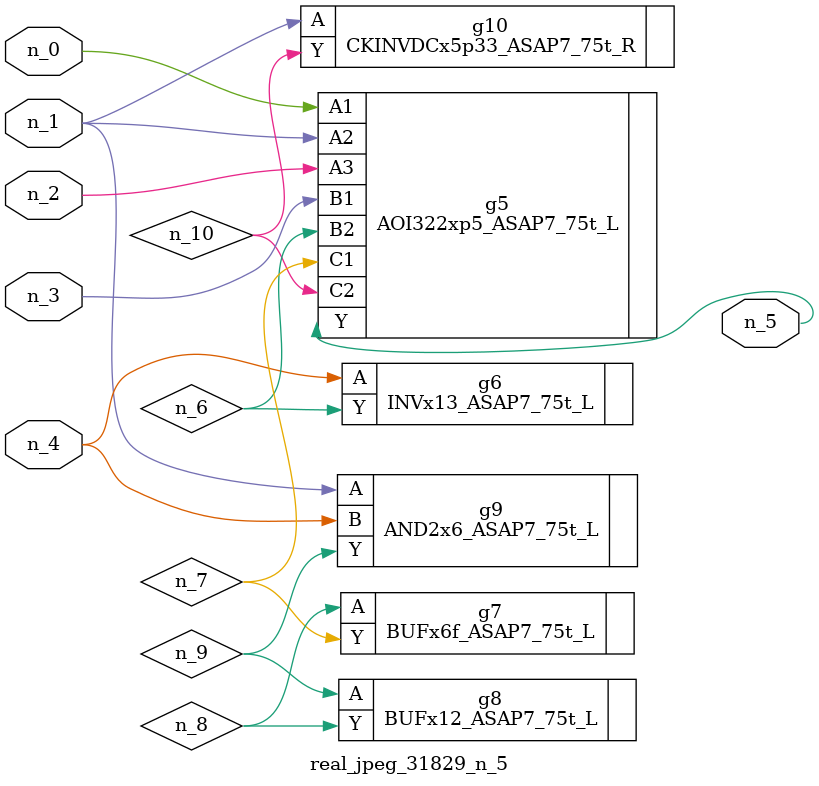
<source format=v>
module real_jpeg_31829_n_5 (n_4, n_0, n_1, n_2, n_3, n_5);

input n_4;
input n_0;
input n_1;
input n_2;
input n_3;

output n_5;

wire n_8;
wire n_6;
wire n_7;
wire n_10;
wire n_9;

AOI322xp5_ASAP7_75t_L g5 ( 
.A1(n_0),
.A2(n_1),
.A3(n_2),
.B1(n_3),
.B2(n_6),
.C1(n_7),
.C2(n_10),
.Y(n_5)
);

AND2x6_ASAP7_75t_L g9 ( 
.A(n_1),
.B(n_4),
.Y(n_9)
);

CKINVDCx5p33_ASAP7_75t_R g10 ( 
.A(n_1),
.Y(n_10)
);

INVx13_ASAP7_75t_L g6 ( 
.A(n_4),
.Y(n_6)
);

BUFx6f_ASAP7_75t_L g7 ( 
.A(n_8),
.Y(n_7)
);

BUFx12_ASAP7_75t_L g8 ( 
.A(n_9),
.Y(n_8)
);


endmodule
</source>
